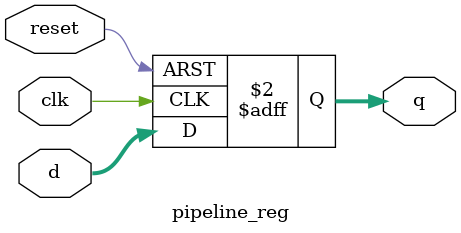
<source format=v>

/* simplified MIPS processor */
// Modified by Matsutani
//module mips #(parameter WIDTH = 8, REGBITS = 3) (
module mips32 #(parameter WIDTH = 32, REGBITS = 3) (
	input			clk, reset,
	input [WIDTH-1:0] 	memdata,
	output			memread, memwrite,
	output [WIDTH-1:0] 	adr, writedata
);
wire [31:0]	instr;
wire		zero, alusrca, memtoreg, iord, pcen, regwrite, regdst;
wire [1:0]	aluop, pcsource, alusrcb;
wire [3:0]	irwrite;
wire [2:0]	alucont;
controller cont(clk, reset, instr[31:26], zero, memread, memwrite,
			alusrca, memtoreg, iord, pcen, regwrite, regdst,
			pcsource, alusrcb, aluop, irwrite);
alucontrol ac(aluop, instr[5:0], alucont);
datapath #(WIDTH, REGBITS) dp(clk, reset, memdata, alusrca, memtoreg,
			iord, pcen, regwrite, regdst, pcsource, alusrcb,
			irwrite, alucont, zero, instr, adr, writedata);
endmodule

/* controller */
module controller (
	input			clk, reset,
	input [5:0]		op,
	input			zero,
	output reg		memread, memwrite, alusrca, memtoreg, iord,
	output			pcen,
	output reg		regwrite, regdst,
	output reg [1:0]	pcsource, alusrcb, aluop,
	output reg [3:0]	irwrite
);
parameter FETCH1  = 4'b0001;
parameter FETCH2  = 4'b0010;
parameter FETCH3  = 4'b0011;
parameter FETCH4  = 4'b0100;
parameter DECODE  = 4'b0101;
parameter MEMADR  = 4'b0110;
parameter LBRD    = 4'b0111;
parameter LBWR    = 4'b1000;
parameter SBWR    = 4'b1001;
parameter RTYPEEX = 4'b1010;
parameter RTYPEWR = 4'b1011;
parameter BEQEX   = 4'b1100;
parameter JEX     = 4'b1101;
parameter ADDIEX  = 4'b1110;
parameter ADDIWR  = 4'b1111;
parameter LB      = 6'b100000;
parameter SB      = 6'b101000;
// Added by Matsutani
parameter LW      = 6'b100011;
parameter SW      = 6'b101011;
//
parameter RTYPE   = 6'b0;
parameter BEQ     = 6'b000100;
parameter ADDI    = 6'b001000;
parameter J       = 6'b000010;
reg [3:0]	state, nextstate;
reg		pcwrite, pcwritecond;
// state register
always @(posedge clk)
	if (reset) state <= FETCH1;
	else state <= nextstate;
// next state logic
always @(*) begin
	case (state)
		// Modified by Matsutani
		//FETCH1:	nextstate <= FETCH2;
		FETCH1:	nextstate <= DECODE;
		//FETCH2:	nextstate <= FETCH3;
		//FETCH3:	nextstate <= FETCH4;
		//FETCH4:	nextstate <= DECODE;
		DECODE:	case (op)
			LB:	nextstate <= MEMADR;
			SB:	nextstate <= MEMADR;
			// Added by Matsutani
			LW:	nextstate <= MEMADR;
			SW:	nextstate <= MEMADR;
			//
			RTYPE:	nextstate <= RTYPEEX;
			BEQ:	nextstate <= BEQEX;
			ADDI:	nextstate <= ADDIEX;
			J:	nextstate <= JEX;
			default:nextstate <= FETCH1; // should never happen
		endcase
		MEMADR: case (op)
			LB:	nextstate <= LBRD;
			SB:	nextstate <= SBWR;
			// Added by Matsutani
			LW:	nextstate <= LBRD;
			SW:	nextstate <= SBWR;
			//
			default:nextstate <= FETCH1; // should never happen
		endcase
		LBRD:	nextstate <= LBWR;
		LBWR:	nextstate <= FETCH1;
		SBWR:	nextstate <= FETCH1;
		RTYPEEX:nextstate <= RTYPEWR;
		RTYPEWR:nextstate <= FETCH1;
		BEQEX:	nextstate <= FETCH1;
		JEX:	nextstate <= FETCH1;
		ADDIEX: nextstate <= ADDIWR;
		ADDIWR:	nextstate <= FETCH1;
		default:nextstate <= FETCH1; // should never happen
	endcase
end
always @(*) begin
	// set all outputs to zero,
	// then conditionally assert just the appropriate ones
	irwrite <= 4'b0000;
	pcwrite <= 0; pcwritecond <= 0;
	regwrite <= 0; regdst <= 0;
	memread <= 0; memwrite <= 0;
	alusrca <= 0; alusrcb <= 2'b00; aluop <= 2'b00;
	pcsource <= 2'b00;
	iord <= 0; memtoreg <= 0;
	case (state)
		FETCH1: begin
			memread <= 1;
			irwrite <= 4'b1000;
			alusrcb <= 2'b01;
			pcwrite <= 1;
		end
		FETCH2: begin
			memread <= 1;
			irwrite <= 4'b0100;
			alusrcb <= 2'b01;
			pcwrite <= 1;
		end
		FETCH3: begin
			memread <= 1;
			irwrite <= 4'b0010;
			alusrcb <= 2'b01;
			pcwrite <= 1;
		end
		FETCH4: begin
			memread <= 1;
			irwrite <= 4'b0001;
			alusrcb <= 2'b01;
			pcwrite <= 1;
		end
		DECODE: alusrcb <= 2'b11;
		MEMADR: begin
			alusrca <= 1;
			alusrcb <= 2'b10;
		end
		LBRD: begin
			memread <= 1;
			iord    <= 1;
		end
		LBWR: begin
			regwrite <= 1;
			memtoreg <= 1;
		end
		SBWR: begin
			memwrite <= 1;
			iord     <= 1;
		end
		RTYPEEX: begin
			alusrca <= 1;
			aluop   <= 2'b10;
		end
		RTYPEWR: begin
			regdst   <= 1;
			regwrite <= 1;
		end
		BEQEX: begin
			alusrca     <= 1;
			aluop       <= 2'b01;
			pcwritecond <= 1;
			pcsource    <= 2'b01;
		end
		JEX: begin
			pcwrite  <= 1;
			pcsource <= 2'b10;
		end
		ADDIEX: begin
			alusrca <= 1;
			alusrcb <= 2'b10;
		end
		ADDIWR: begin
			regdst   <= 0;
			regwrite <= 1;
		end
	endcase
end
assign pcen = pcwrite | (pcwritecond & zero); // program counter enable
endmodule

/* alucontrol */
module alucontrol (
	input [1:0]		aluop,
	input [5:0]		funct,
	output reg [2:0]	alucont
);
always @(*)
	case (aluop)
		2'b00:	alucont <= 3'b010; // add for lb/sb/addi
		2'b01:	alucont <= 3'b110; // sub (for beq)
		default: case (funct) // R-Type instructions
			6'b100000: alucont <= 3'b010; // add (for add)
			6'b100010: alucont <= 3'b110; // subtract (for sub)
			6'b100100: alucont <= 3'b000; // logical and (for and)
			6'b100101: alucont <= 3'b001; // logical or (for or)
			6'b101010: alucont <= 3'b111; // set on less (for slt)
			default:   alucont <= 3'b101; // should never happen
		endcase
	endcase
endmodule

/* datapath */
module datapath #(parameter WIDTH = 8, REGBITS = 3) (
	input			clk, reset,
	input [WIDTH-1:0]	memdata,
	input			alusrca, memtoreg, iord, pcen, regwrite, regdst,
	input [1:0]		pcsource, alusrcb,
	input [3:0]		irwrite,
	input [2:0]		alucont,
	output			zero,
	output [31:0]		instr,
	output [WIDTH-1:0]	adr, writedata
);
// the size of the parameters must be changed to match the WIDTH parameter
// Modified by Matsutani
//parameter CONST_ZERO = 8'b0;
//parameter CONST_ONE = 8'b1;
parameter CONST_ZERO = 32'b0;
parameter CONST_ONE = 32'b1;
parameter CONST_FOUR = 32'b100;
//
wire [REGBITS-1:0] ra1, ra2, wa;
wire [WIDTH-1:0] pc, nextpc, md, rd1, rd2, wd, a, src1, src2, aluresult,
			aluout, constx4;
// shift left constant field by 2
// Modified by Matsutani
//assign constx4 = {instr[WIDTH-3:0], 2'b00};
assign constx4 = {instr[16-3:0], 2'b00};
//
// register file address fields
assign ra1 = instr[REGBITS+20:21];
assign ra2 = instr[REGBITS+15:16];
mux2 #(REGBITS) regmux(instr[REGBITS+15:16], instr[REGBITS+10:11], regdst, wa);
// independent of bit width, 
// load instruction into four 8-bit registers over four cycles
// Modified by Matsutani
//flopen #(8) ir0(clk, irwrite[0], memdata[7:0], instr[7:0]);
//flopen #(8) ir1(clk, irwrite[1], memdata[7:0], instr[15:8]);
//flopen #(8) ir2(clk, irwrite[2], memdata[7:0], instr[23:16]);
//flopen #(8) ir3(clk, irwrite[3], memdata[7:0], instr[31:24]);
flopen #(32) ir(clk, irwrite[3], memdata[31:0], instr[31:0]);
//
// datapath
flopenr #(WIDTH) pcreg(clk, reset, pcen, nextpc, pc);
flop #(WIDTH) mdr(clk, memdata, md);
flop #(WIDTH) areg(clk, rd1, a);
flop #(WIDTH) wrd(clk, rd2, writedata);
flop #(WIDTH) res(clk, aluresult, aluout);
mux2 #(WIDTH) adrmux(pc, aluout, iord, adr);
mux2 #(WIDTH) src1mux(pc, a, alusrca, src1);
// Modified by Matsutani
//mux4 #(WIDTH) src2mux(writedata, CONST_ONE, instr[WIDTH-1:0], constx4, 
//			alusrcb, src2);
mux4 #(WIDTH) src2mux(writedata, CONST_FOUR, {{16{instr[15]}}, instr[15:0]},
			{{16{constx4[15]}}, constx4[15:0]}, alusrcb, src2);
//
mux4 #(WIDTH) pcmux(aluresult, aluout, constx4, CONST_ZERO, pcsource, nextpc);
mux2 #(WIDTH) wdmux(aluout, md, memtoreg, wd);
regfile #(WIDTH,REGBITS) rf(clk, regwrite, ra1, ra2, wa, wd, rd1, rd2);
alu #(WIDTH) alunit(src1, src2, alucont, aluresult);
zerodetect #(WIDTH) zd(aluresult, zero);
endmodule

/* alu */
module alu #(parameter WIDTH = 8) (
	input [WIDTH-1:0]	a, b,
	input [2:0]		alucont,
	output reg [WIDTH-1:0]	result
);
wire [WIDTH-1:0]	b2, sum, slt;
assign b2 = alucont[2] ? ~b : b; 
assign sum = a + b2 + alucont[2];
// slt should be 1 if most significant bit of sum is 1
assign slt = sum[WIDTH-1];
always @(*)
	case (alucont[1:0])
		2'b00:	result <= a & b;
		2'b01:	result <= a | b;
		2'b10:	result <= sum;
		2'b11:	result <= slt;
	endcase
endmodule

/* regfile */
module regfile #(parameter WIDTH = 8, REGBITS = 3) (
	input			clk,
	input			regwrite,
	input [REGBITS-1:0]	ra1, ra2, wa,
	input [WIDTH-1:0]	wd,
	output [WIDTH-1:0]	rd1, rd2
);
reg [WIDTH-1:0] RAM [(1<<REGBITS)-1:0];
// three ported register file
// read two ports combinationally
// write third port on rising edge of clock
// register 0 hardwired to 0
always @(posedge clk)
	if (regwrite) RAM[wa] <= wd;
assign rd1 = ra1 ? RAM[ra1] : 0;
assign rd2 = ra2 ? RAM[ra2] : 0;
endmodule

/* zerodetect */
module zerodetect #(parameter WIDTH = 8) (
	input [WIDTH-1:0]	a,
	output			y
);
assign y = (a == 0);
endmodule

/* flop */
module flop #(parameter WIDTH = 8) (
	input			clk,
	input [WIDTH-1:0]	d,
	output reg [WIDTH-1:0]	q
);
always @(posedge clk)
	q <= d;
endmodule

/* flopen */
module flopen #(parameter WIDTH = 8) (
	input			clk, en,
	input [WIDTH-1:0]	d,
	output reg [WIDTH-1:0]	q
);
always @(posedge clk)
	if (en) q <= d;
endmodule

/* flopenr */
module flopenr #(parameter WIDTH = 8) (
	input			clk, reset, en,
	input [WIDTH-1:0]	d,
	output reg [WIDTH-1:0]	q
);
always @(posedge clk)
	if (reset) q <= 0;
	else if (en) q <= d;
endmodule

/* mux2 */
module mux2 #(parameter WIDTH = 8) (
	input [WIDTH-1:0]	d0, d1,
	input			s,
	output [WIDTH-1:0]	y
);
assign y = s ? d1 : d0;
endmodule

/* mux4 */
module mux4 #(parameter WIDTH = 8) (
	input [WIDTH-1:0]	d0, d1, d2, d3,
	input [1:0]		s,
	output reg [WIDTH-1:0] 	y
);
always @(*)
	case (s)
		2'b00:	y <= d0;
		2'b01:	y <= d1;
		2'b10:	y <= d2;
		2'b11:	y <= d3;
	endcase
endmodule

// パイプラインレジスタモジュール
module pipeline_reg #(parameter WIDTH = 32) (
    input clk, reset,
    input [WIDTH-1:0] d,
    output reg [WIDTH-1:0] q
);
    always @(posedge clk or posedge reset) begin
        if (reset)
            q <= 0;
        else
            q <= d;
    end
endmodule
</source>
